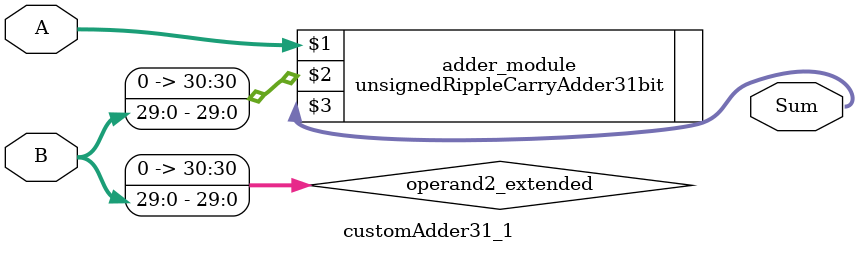
<source format=v>

module customAdder31_1(
                    input [30 : 0] A,
                    input [29 : 0] B,
                    
                    output [31 : 0] Sum
            );

    wire [30 : 0] operand2_extended;
    
    assign operand2_extended =  {1'b0, B};
    
    unsignedRippleCarryAdder31bit adder_module(
        A,
        operand2_extended,
        Sum
    );
    
endmodule
        
</source>
